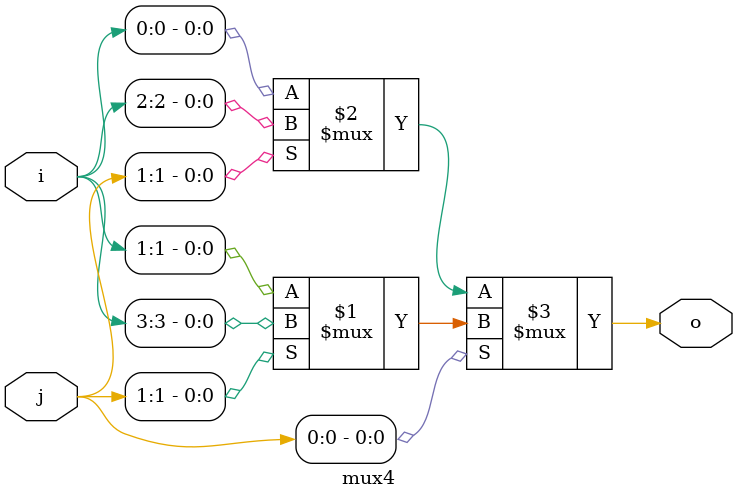
<source format=v>
module mux4(output wire o,input wire [3:0] i,input wire [1:0] j);
assign o=j[0]?j[1]?i[3]:i[1]:j[1]?i[2]:i[0];
endmodule
</source>
